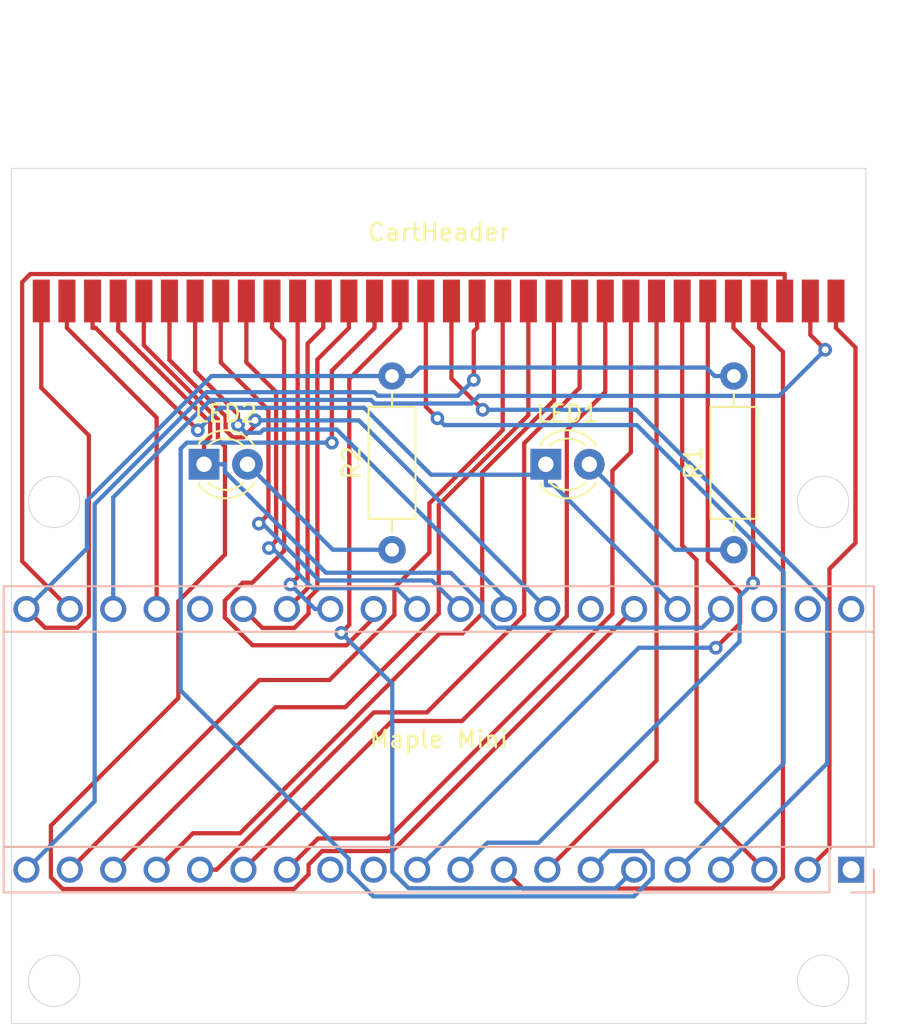
<source format=kicad_pcb>
(kicad_pcb (version 20171130) (host pcbnew "(5.1.2)-2")

  (general
    (thickness 1.6)
    (drawings 8)
    (tracks 280)
    (zones 0)
    (modules 6)
    (nets 43)
  )

  (page A4)
  (layers
    (0 F.Cu signal)
    (31 B.Cu signal)
    (32 B.Adhes user)
    (33 F.Adhes user)
    (34 B.Paste user)
    (35 F.Paste user)
    (36 B.SilkS user)
    (37 F.SilkS user)
    (38 B.Mask user)
    (39 F.Mask user)
    (40 Dwgs.User user)
    (41 Cmts.User user)
    (42 Eco1.User user)
    (43 Eco2.User user)
    (44 Edge.Cuts user)
    (45 Margin user)
    (46 B.CrtYd user)
    (47 F.CrtYd user)
    (48 B.Fab user)
    (49 F.Fab user)
  )

  (setup
    (last_trace_width 0.25)
    (trace_clearance 0.2)
    (zone_clearance 0.508)
    (zone_45_only no)
    (trace_min 0.2)
    (via_size 0.8)
    (via_drill 0.4)
    (via_min_size 0.4)
    (via_min_drill 0.3)
    (uvia_size 0.3)
    (uvia_drill 0.1)
    (uvias_allowed no)
    (uvia_min_size 0.2)
    (uvia_min_drill 0.1)
    (edge_width 0.05)
    (segment_width 0.2)
    (pcb_text_width 0.3)
    (pcb_text_size 1.5 1.5)
    (mod_edge_width 0.12)
    (mod_text_size 1 1)
    (mod_text_width 0.15)
    (pad_size 1.524 1.524)
    (pad_drill 0.762)
    (pad_to_mask_clearance 0.0508)
    (solder_mask_min_width 0.25)
    (aux_axis_origin 0 0)
    (visible_elements 7FFFEFFF)
    (pcbplotparams
      (layerselection 0x010fc_ffffffff)
      (usegerberextensions false)
      (usegerberattributes false)
      (usegerberadvancedattributes false)
      (creategerberjobfile false)
      (excludeedgelayer true)
      (linewidth 0.100000)
      (plotframeref false)
      (viasonmask false)
      (mode 1)
      (useauxorigin false)
      (hpglpennumber 1)
      (hpglpenspeed 20)
      (hpglpendiameter 15.000000)
      (psnegative false)
      (psa4output false)
      (plotreference true)
      (plotvalue true)
      (plotinvisibletext false)
      (padsonsilk false)
      (subtractmaskfromsilk false)
      (outputformat 1)
      (mirror false)
      (drillshape 0)
      (scaleselection 1)
      (outputdirectory "Ny mappe/"))
  )

  (net 0 "")
  (net 1 "Net-(A1-Pad1)")
  (net 2 GND)
  (net 3 D32-boot0)
  (net 4 M15)
  (net 5 M16)
  (net 6 M17)
  (net 7 M18)
  (net 8 M19)
  (net 9 M20)
  (net 10 M21)
  (net 11 M22)
  (net 12 "Net-(A1-Pad12)")
  (net 13 "Net-(A1-Pad13)")
  (net 14 M25)
  (net 15 M26)
  (net 16 M27)
  (net 17 M28)
  (net 18 M29)
  (net 19 M30)
  (net 20 M31)
  (net 21 VIN)
  (net 22 M0)
  (net 23 M1)
  (net 24 D2-boot1)
  (net 25 "Net-(A1-Pad25)")
  (net 26 M4)
  (net 27 M5)
  (net 28 M6)
  (net 29 M7)
  (net 30 M8)
  (net 31 M9)
  (net 32 M10)
  (net 33 M11)
  (net 34 "Net-(A1-Pad34)")
  (net 35 M12)
  (net 36 M13)
  (net 37 M14)
  (net 38 "Net-(A1-Pad38)")
  (net 39 "Net-(A1-Pad39)")
  (net 40 "Net-(A1-Pad40)")
  (net 41 "Net-(LED1-Pad2)")
  (net 42 "Net-(LED2-Pad2)")

  (net_class Default "This is the default net class."
    (clearance 0.2)
    (trace_width 0.25)
    (via_dia 0.8)
    (via_drill 0.4)
    (uvia_dia 0.3)
    (uvia_drill 0.1)
    (add_net D2-boot1)
    (add_net D32-boot0)
    (add_net GND)
    (add_net M0)
    (add_net M1)
    (add_net M10)
    (add_net M11)
    (add_net M12)
    (add_net M13)
    (add_net M14)
    (add_net M15)
    (add_net M16)
    (add_net M17)
    (add_net M18)
    (add_net M19)
    (add_net M20)
    (add_net M21)
    (add_net M22)
    (add_net M25)
    (add_net M26)
    (add_net M27)
    (add_net M28)
    (add_net M29)
    (add_net M30)
    (add_net M31)
    (add_net M4)
    (add_net M5)
    (add_net M6)
    (add_net M7)
    (add_net M8)
    (add_net M9)
    (add_net "Net-(A1-Pad1)")
    (add_net "Net-(A1-Pad12)")
    (add_net "Net-(A1-Pad13)")
    (add_net "Net-(A1-Pad25)")
    (add_net "Net-(A1-Pad34)")
    (add_net "Net-(A1-Pad38)")
    (add_net "Net-(A1-Pad39)")
    (add_net "Net-(A1-Pad40)")
    (add_net "Net-(LED1-Pad2)")
    (add_net "Net-(LED2-Pad2)")
    (add_net VIN)
  )

  (module Custom:Maple_Mini_Fixed (layer B.Cu) (tedit 5E4423F9) (tstamp 5E29C818)
    (at 190.017 106.888 90)
    (descr "Maple Mini, http://docs.leaflabs.com/static.leaflabs.com/pub/leaflabs/maple-docs/0.0.12/hardware/maple-mini.html")
    (tags "Maple Mini")
    (path /5E2FBB54)
    (fp_text reference "Maple Mini" (at 7.61798 -24.13) (layer F.SilkS)
      (effects (font (size 1 1) (thickness 0.15)))
    )
    (fp_text value Maple_Mini_Fixed (at 7.62 -26.035 -90) (layer B.Fab)
      (effects (font (size 1 1) (thickness 0.15)) (justify mirror))
    )
    (fp_line (start 3.81 -6.604) (end 11.43 -6.604) (layer B.Fab) (width 0.1))
    (fp_text user %R (at 7.62 -24.13 -90) (layer B.Fab)
      (effects (font (size 1 1) (thickness 0.15)) (justify mirror))
    )
    (fp_line (start 13.97 1.27) (end 13.97 -49.53) (layer B.Fab) (width 0.1))
    (fp_line (start -1.27 0.635) (end -0.635 1.27) (layer B.Fab) (width 0.1))
    (fp_line (start 1.27 1.27) (end 1.27 -49.53) (layer B.Fab) (width 0.1))
    (fp_line (start -1.33 1.33) (end -1.33 0) (layer B.SilkS) (width 0.12))
    (fp_line (start 0 1.33) (end -1.33 1.33) (layer B.SilkS) (width 0.12))
    (fp_line (start 16.76 -49.78) (end -1.52 -49.78) (layer B.CrtYd) (width 0.05))
    (fp_line (start 16.76 2.79) (end 16.76 -49.78) (layer B.CrtYd) (width 0.05))
    (fp_line (start -1.52 2.79) (end 16.76 2.79) (layer B.CrtYd) (width 0.05))
    (fp_line (start -1.52 -49.78) (end -1.52 2.79) (layer B.CrtYd) (width 0.05))
    (fp_line (start -1.33 -1.27) (end 1.33 -1.27) (layer B.SilkS) (width 0.12))
    (fp_line (start 13.91 -49.59) (end 13.91 1.33) (layer B.SilkS) (width 0.12))
    (fp_line (start 1.33 1.33) (end 1.33 -49.59) (layer B.SilkS) (width 0.12))
    (fp_line (start -1.33 -49.59) (end -1.33 -1.27) (layer B.SilkS) (width 0.12))
    (fp_line (start 16.57 1.33) (end 16.57 -49.59) (layer B.SilkS) (width 0.12))
    (fp_line (start -1.27 -49.53) (end -1.27 0.635) (layer B.Fab) (width 0.1))
    (fp_line (start 16.51 -49.53) (end -1.27 -49.53) (layer B.Fab) (width 0.1))
    (fp_line (start 16.51 1.27) (end 16.51 -49.53) (layer B.Fab) (width 0.1))
    (fp_line (start -0.635 1.27) (end 16.51 1.27) (layer B.Fab) (width 0.1))
    (fp_line (start 11.43 2.54) (end 11.43 -6.604) (layer B.Fab) (width 0.1))
    (fp_line (start 3.81 2.54) (end 11.43 2.54) (layer B.Fab) (width 0.1))
    (fp_line (start 3.81 -6.604) (end 3.81 2.54) (layer B.Fab) (width 0.1))
    (fp_line (start 16.57 -49.59) (end -1.33 -49.59) (layer B.SilkS) (width 0.12))
    (fp_line (start 1.33 1.33) (end 16.57 1.33) (layer B.SilkS) (width 0.12))
    (pad 40 thru_hole circle (at 15.24 0 90) (size 1.524 1.524) (drill 1) (layers *.Cu *.Mask)
      (net 40 "Net-(A1-Pad40)"))
    (pad 39 thru_hole circle (at 15.24 -2.54 90) (size 1.524 1.524) (drill 1) (layers *.Cu *.Mask)
      (net 39 "Net-(A1-Pad39)"))
    (pad 38 thru_hole circle (at 15.24 -5.08 90) (size 1.524 1.524) (drill 1) (layers *.Cu *.Mask)
      (net 38 "Net-(A1-Pad38)"))
    (pad 37 thru_hole circle (at 15.24 -7.62 90) (size 1.524 1.524) (drill 1) (layers *.Cu *.Mask)
      (net 37 M14))
    (pad 36 thru_hole circle (at 15.24 -10.16 90) (size 1.524 1.524) (drill 1) (layers *.Cu *.Mask)
      (net 36 M13))
    (pad 35 thru_hole circle (at 15.24 -12.7 90) (size 1.524 1.524) (drill 1) (layers *.Cu *.Mask)
      (net 35 M12))
    (pad 34 thru_hole circle (at 15.24 -15.24 90) (size 1.524 1.524) (drill 1) (layers *.Cu *.Mask)
      (net 34 "Net-(A1-Pad34)"))
    (pad 33 thru_hole circle (at 15.24 -17.78 90) (size 1.524 1.524) (drill 1) (layers *.Cu *.Mask)
      (net 33 M11))
    (pad 32 thru_hole circle (at 15.24 -20.32 90) (size 1.524 1.524) (drill 1) (layers *.Cu *.Mask)
      (net 32 M10))
    (pad 31 thru_hole circle (at 15.24 -22.86 90) (size 1.524 1.524) (drill 1) (layers *.Cu *.Mask)
      (net 31 M9))
    (pad 30 thru_hole circle (at 15.24 -25.4 90) (size 1.524 1.524) (drill 1) (layers *.Cu *.Mask)
      (net 30 M8))
    (pad 29 thru_hole circle (at 15.24 -27.94 90) (size 1.524 1.524) (drill 1) (layers *.Cu *.Mask)
      (net 29 M7))
    (pad 28 thru_hole circle (at 15.24 -30.48 90) (size 1.524 1.524) (drill 1) (layers *.Cu *.Mask)
      (net 28 M6))
    (pad 27 thru_hole circle (at 15.24 -33.02 90) (size 1.524 1.524) (drill 1) (layers *.Cu *.Mask)
      (net 27 M5))
    (pad 26 thru_hole circle (at 15.24 -35.56 90) (size 1.524 1.524) (drill 1) (layers *.Cu *.Mask)
      (net 26 M4))
    (pad 25 thru_hole circle (at 15.24 -38.1 90) (size 1.524 1.524) (drill 1) (layers *.Cu *.Mask)
      (net 25 "Net-(A1-Pad25)"))
    (pad 24 thru_hole circle (at 15.24 -40.64 90) (size 1.524 1.524) (drill 1) (layers *.Cu *.Mask)
      (net 24 D2-boot1))
    (pad 23 thru_hole circle (at 15.24 -43.18 90) (size 1.524 1.524) (drill 1) (layers *.Cu *.Mask)
      (net 23 M1))
    (pad 22 thru_hole circle (at 15.24 -45.72 90) (size 1.524 1.524) (drill 1) (layers *.Cu *.Mask)
      (net 22 M0))
    (pad 21 thru_hole circle (at 15.24 -48.26 90) (size 1.524 1.524) (drill 1) (layers *.Cu *.Mask)
      (net 21 VIN))
    (pad 20 thru_hole circle (at 0 -48.26 90) (size 1.524 1.524) (drill 1) (layers *.Cu *.Mask)
      (net 20 M31))
    (pad 19 thru_hole circle (at 0 -45.72 90) (size 1.524 1.524) (drill 1) (layers *.Cu *.Mask)
      (net 19 M30))
    (pad 18 thru_hole circle (at 0 -43.18 90) (size 1.524 1.524) (drill 1) (layers *.Cu *.Mask)
      (net 18 M29))
    (pad 17 thru_hole circle (at 0 -40.64 90) (size 1.524 1.524) (drill 1) (layers *.Cu *.Mask)
      (net 17 M28))
    (pad 16 thru_hole circle (at 0 -38.1 90) (size 1.524 1.524) (drill 1) (layers *.Cu *.Mask)
      (net 16 M27))
    (pad 15 thru_hole circle (at 0 -35.56 90) (size 1.524 1.524) (drill 1) (layers *.Cu *.Mask)
      (net 15 M26))
    (pad 14 thru_hole circle (at 0 -33.02 90) (size 1.524 1.524) (drill 1) (layers *.Cu *.Mask)
      (net 14 M25))
    (pad 13 thru_hole circle (at 0 -30.48 90) (size 1.524 1.524) (drill 1) (layers *.Cu *.Mask)
      (net 13 "Net-(A1-Pad13)"))
    (pad 12 thru_hole circle (at 0 -27.94 90) (size 1.524 1.524) (drill 1) (layers *.Cu *.Mask)
      (net 12 "Net-(A1-Pad12)"))
    (pad 11 thru_hole circle (at 0 -25.4 90) (size 1.524 1.524) (drill 1) (layers *.Cu *.Mask)
      (net 11 M22))
    (pad 10 thru_hole circle (at 0 -22.86 90) (size 1.524 1.524) (drill 1) (layers *.Cu *.Mask)
      (net 10 M21))
    (pad 9 thru_hole circle (at 0 -20.32 90) (size 1.524 1.524) (drill 1) (layers *.Cu *.Mask)
      (net 9 M20))
    (pad 8 thru_hole circle (at 0 -17.78 90) (size 1.524 1.524) (drill 1) (layers *.Cu *.Mask)
      (net 8 M19))
    (pad 7 thru_hole circle (at 0 -15.24 90) (size 1.524 1.524) (drill 1) (layers *.Cu *.Mask)
      (net 7 M18))
    (pad 6 thru_hole circle (at 0 -12.7 90) (size 1.524 1.524) (drill 1) (layers *.Cu *.Mask)
      (net 6 M17))
    (pad 5 thru_hole circle (at 0 -10.16 90) (size 1.524 1.524) (drill 1) (layers *.Cu *.Mask)
      (net 5 M16))
    (pad 4 thru_hole circle (at 0 -7.62 90) (size 1.524 1.524) (drill 1) (layers *.Cu *.Mask)
      (net 4 M15))
    (pad 3 thru_hole circle (at 0 -5.08 90) (size 1.524 1.524) (drill 1) (layers *.Cu *.Mask)
      (net 3 D32-boot0))
    (pad 2 thru_hole circle (at 0 -2.54 90) (size 1.524 1.524) (drill 1) (layers *.Cu *.Mask)
      (net 2 GND))
    (pad 1 thru_hole rect (at 0 0 90) (size 1.524 1.524) (drill 1) (layers *.Cu *.Mask)
      (net 1 "Net-(A1-Pad1)"))
    (model ${KISYS3DMOD}/Module.3dshapes/Maple_Mini.wrl
      (at (xyz 0 0 0))
      (scale (xyz 1 1 1))
      (rotate (xyz 0 0 0))
    )
  )

  (module Custom:DSL_Cartridge_Reader_Micro (layer F.Cu) (tedit 5E29602C) (tstamp 5E29C895)
    (at 165.878 67.8876)
    (descr "GBA DS Lite slots commonly found on aliexpress")
    (tags "gameboy cartridge slot")
    (path /5E0FEE35)
    (attr smd)
    (fp_text reference CartHeader (at 0 1.7272 180) (layer F.SilkS)
      (effects (font (size 1 1) (thickness 0.15)))
    )
    (fp_text value CartBus (at 0 -11) (layer F.Fab)
      (effects (font (size 1 1) (thickness 0.15)))
    )
    (fp_text user %R (at 0 -1) (layer F.Fab)
      (effects (font (size 2 2) (thickness 0.2)))
    )
    (pad 32 smd rect (at 23.25 5.75) (size 1 2.5) (layers F.Cu F.Paste F.Mask)
      (net 2 GND))
    (pad 31 smd rect (at 21.75 5.75) (size 1 2.5) (layers F.Cu F.Paste F.Mask)
      (net 23 M1))
    (pad 30 smd rect (at 20.25 5.75) (size 1 2.5) (layers F.Cu F.Paste F.Mask)
      (net 22 M0))
    (pad 29 smd rect (at 18.75 5.75) (size 1 2.5) (layers F.Cu F.Paste F.Mask)
      (net 9 M20))
    (pad 28 smd rect (at 17.25 5.75) (size 1 2.5) (layers F.Cu F.Paste F.Mask)
      (net 10 M21))
    (pad 27 smd rect (at 15.75 5.75) (size 1 2.5) (layers F.Cu F.Paste F.Mask)
      (net 11 M22))
    (pad 26 smd rect (at 14.25 5.75) (size 1 2.5) (layers F.Cu F.Paste F.Mask)
      (net 3 D32-boot0))
    (pad 25 smd rect (at 12.75 5.75) (size 1 2.5) (layers F.Cu F.Paste F.Mask)
      (net 8 M19))
    (pad 24 smd rect (at 11.25 5.75) (size 1 2.5) (layers F.Cu F.Paste F.Mask)
      (net 14 M25))
    (pad 23 smd rect (at 9.75 5.75) (size 1 2.5) (layers F.Cu F.Paste F.Mask)
      (net 15 M26))
    (pad 22 smd rect (at 8.25 5.75) (size 1 2.5) (layers F.Cu F.Paste F.Mask)
      (net 16 M27))
    (pad 21 smd rect (at 6.75 5.75) (size 1 2.5) (layers F.Cu F.Paste F.Mask)
      (net 17 M28))
    (pad 20 smd rect (at 5.25 5.75) (size 1 2.5) (layers F.Cu F.Paste F.Mask)
      (net 18 M29))
    (pad 19 smd rect (at 3.75 5.75) (size 1 2.5) (layers F.Cu F.Paste F.Mask)
      (net 19 M30))
    (pad 18 smd rect (at 2.25 5.75) (size 1 2.5) (layers F.Cu F.Paste F.Mask)
      (net 20 M31))
    (pad 17 smd rect (at 0.75 5.75) (size 1 2.5) (layers F.Cu F.Paste F.Mask)
      (net 4 M15))
    (pad 16 smd rect (at -0.75 5.75) (size 1 2.5) (layers F.Cu F.Paste F.Mask)
      (net 5 M16))
    (pad 14 smd rect (at -3.75 5.75) (size 1 2.5) (layers F.Cu F.Paste F.Mask)
      (net 7 M18))
    (pad 13 smd rect (at -5.25 5.75) (size 1 2.5) (layers F.Cu F.Paste F.Mask)
      (net 26 M4))
    (pad 12 smd rect (at -6.75 5.75) (size 1 2.5) (layers F.Cu F.Paste F.Mask)
      (net 27 M5))
    (pad 11 smd rect (at -8.25 5.75) (size 1 2.5) (layers F.Cu F.Paste F.Mask)
      (net 28 M6))
    (pad 10 smd rect (at -9.75 5.75) (size 1 2.5) (layers F.Cu F.Paste F.Mask)
      (net 29 M7))
    (pad 9 smd rect (at -11.25 5.75) (size 1 2.5) (layers F.Cu F.Paste F.Mask)
      (net 30 M8))
    (pad 8 smd rect (at -12.75 5.75) (size 1 2.5) (layers F.Cu F.Paste F.Mask)
      (net 31 M9))
    (pad 7 smd rect (at -14.25 5.75) (size 1 2.5) (layers F.Cu F.Paste F.Mask)
      (net 32 M10))
    (pad 6 smd rect (at -15.75 5.75) (size 1 2.5) (layers F.Cu F.Paste F.Mask)
      (net 33 M11))
    (pad 5 smd rect (at -17.25 5.75) (size 1 2.5) (layers F.Cu F.Paste F.Mask)
      (net 35 M12))
    (pad 4 smd rect (at -18.75 5.75) (size 1 2.5) (layers F.Cu F.Paste F.Mask)
      (net 37 M14))
    (pad 3 smd rect (at -20.25 5.75) (size 1 2.5) (layers F.Cu F.Paste F.Mask)
      (net 36 M13))
    (pad 2 smd rect (at -21.75 5.75) (size 1 2.5) (layers F.Cu F.Paste F.Mask)
      (net 24 D2-boot1))
    (pad 15 smd rect (at -2.25 5.75) (size 1 2.5) (layers F.Cu F.Paste F.Mask)
      (net 6 M17))
    (pad 1 smd rect (at -23.25 5.75) (size 1 2.5) (layers F.Cu F.Paste F.Mask)
      (net 21 VIN))
  )

  (module LED_THT:LED_D3.0mm (layer F.Cu) (tedit 587A3A7B) (tstamp 5E29C82B)
    (at 172.152 83.1837)
    (descr "LED, diameter 3.0mm, 2 pins")
    (tags "LED diameter 3.0mm 2 pins")
    (path /5E33F111)
    (fp_text reference LED1 (at 1.27 -2.96) (layer F.SilkS)
      (effects (font (size 1 1) (thickness 0.15)))
    )
    (fp_text value LED (at 1.27 2.96) (layer F.Fab)
      (effects (font (size 1 1) (thickness 0.15)))
    )
    (fp_arc (start 1.27 0) (end -0.23 -1.16619) (angle 284.3) (layer F.Fab) (width 0.1))
    (fp_arc (start 1.27 0) (end -0.29 -1.235516) (angle 108.8) (layer F.SilkS) (width 0.12))
    (fp_arc (start 1.27 0) (end -0.29 1.235516) (angle -108.8) (layer F.SilkS) (width 0.12))
    (fp_arc (start 1.27 0) (end 0.229039 -1.08) (angle 87.9) (layer F.SilkS) (width 0.12))
    (fp_arc (start 1.27 0) (end 0.229039 1.08) (angle -87.9) (layer F.SilkS) (width 0.12))
    (fp_circle (center 1.27 0) (end 2.77 0) (layer F.Fab) (width 0.1))
    (fp_line (start -0.23 -1.16619) (end -0.23 1.16619) (layer F.Fab) (width 0.1))
    (fp_line (start -0.29 -1.236) (end -0.29 -1.08) (layer F.SilkS) (width 0.12))
    (fp_line (start -0.29 1.08) (end -0.29 1.236) (layer F.SilkS) (width 0.12))
    (fp_line (start -1.15 -2.25) (end -1.15 2.25) (layer F.CrtYd) (width 0.05))
    (fp_line (start -1.15 2.25) (end 3.7 2.25) (layer F.CrtYd) (width 0.05))
    (fp_line (start 3.7 2.25) (end 3.7 -2.25) (layer F.CrtYd) (width 0.05))
    (fp_line (start 3.7 -2.25) (end -1.15 -2.25) (layer F.CrtYd) (width 0.05))
    (pad 1 thru_hole rect (at 0 0) (size 1.8 1.8) (drill 0.9) (layers *.Cu *.Mask)
      (net 36 M13))
    (pad 2 thru_hole circle (at 2.54 0) (size 1.8 1.8) (drill 0.9) (layers *.Cu *.Mask)
      (net 41 "Net-(LED1-Pad2)"))
    (model ${KISYS3DMOD}/LED_THT.3dshapes/LED_D3.0mm.wrl
      (at (xyz 0 0 0))
      (scale (xyz 1 1 1))
      (rotate (xyz 0 0 0))
    )
  )

  (module LED_THT:LED_D3.0mm (layer F.Cu) (tedit 587A3A7B) (tstamp 5E29C83E)
    (at 152.152 83.1837)
    (descr "LED, diameter 3.0mm, 2 pins")
    (tags "LED diameter 3.0mm 2 pins")
    (path /5E347640)
    (fp_text reference LED2 (at 1.27 -2.96) (layer F.SilkS)
      (effects (font (size 1 1) (thickness 0.15)))
    )
    (fp_text value LED (at 1.27 2.96) (layer F.Fab)
      (effects (font (size 1 1) (thickness 0.15)))
    )
    (fp_line (start 3.7 -2.25) (end -1.15 -2.25) (layer F.CrtYd) (width 0.05))
    (fp_line (start 3.7 2.25) (end 3.7 -2.25) (layer F.CrtYd) (width 0.05))
    (fp_line (start -1.15 2.25) (end 3.7 2.25) (layer F.CrtYd) (width 0.05))
    (fp_line (start -1.15 -2.25) (end -1.15 2.25) (layer F.CrtYd) (width 0.05))
    (fp_line (start -0.29 1.08) (end -0.29 1.236) (layer F.SilkS) (width 0.12))
    (fp_line (start -0.29 -1.236) (end -0.29 -1.08) (layer F.SilkS) (width 0.12))
    (fp_line (start -0.23 -1.16619) (end -0.23 1.16619) (layer F.Fab) (width 0.1))
    (fp_circle (center 1.27 0) (end 2.77 0) (layer F.Fab) (width 0.1))
    (fp_arc (start 1.27 0) (end 0.229039 1.08) (angle -87.9) (layer F.SilkS) (width 0.12))
    (fp_arc (start 1.27 0) (end 0.229039 -1.08) (angle 87.9) (layer F.SilkS) (width 0.12))
    (fp_arc (start 1.27 0) (end -0.29 1.235516) (angle -108.8) (layer F.SilkS) (width 0.12))
    (fp_arc (start 1.27 0) (end -0.29 -1.235516) (angle 108.8) (layer F.SilkS) (width 0.12))
    (fp_arc (start 1.27 0) (end -0.23 -1.16619) (angle 284.3) (layer F.Fab) (width 0.1))
    (pad 2 thru_hole circle (at 2.54 0) (size 1.8 1.8) (drill 0.9) (layers *.Cu *.Mask)
      (net 42 "Net-(LED2-Pad2)"))
    (pad 1 thru_hole rect (at 0 0) (size 1.8 1.8) (drill 0.9) (layers *.Cu *.Mask)
      (net 37 M14))
    (model ${KISYS3DMOD}/LED_THT.3dshapes/LED_D3.0mm.wrl
      (at (xyz 0 0 0))
      (scale (xyz 1 1 1))
      (rotate (xyz 0 0 0))
    )
  )

  (module Resistor_THT:R_Axial_DIN0207_L6.3mm_D2.5mm_P10.16mm_Horizontal (layer F.Cu) (tedit 5AE5139B) (tstamp 5E29C855)
    (at 183.152 88.1837 90)
    (descr "Resistor, Axial_DIN0207 series, Axial, Horizontal, pin pitch=10.16mm, 0.25W = 1/4W, length*diameter=6.3*2.5mm^2, http://cdn-reichelt.de/documents/datenblatt/B400/1_4W%23YAG.pdf")
    (tags "Resistor Axial_DIN0207 series Axial Horizontal pin pitch 10.16mm 0.25W = 1/4W length 6.3mm diameter 2.5mm")
    (path /5E33BAAF)
    (fp_text reference R1 (at 5.08 -2.37 90) (layer F.SilkS)
      (effects (font (size 1 1) (thickness 0.15)))
    )
    (fp_text value R (at 5.08 2.37 90) (layer F.Fab)
      (effects (font (size 1 1) (thickness 0.15)))
    )
    (fp_text user %R (at 5.08 0 90) (layer F.Fab)
      (effects (font (size 1 1) (thickness 0.15)))
    )
    (fp_line (start 11.21 -1.5) (end -1.05 -1.5) (layer F.CrtYd) (width 0.05))
    (fp_line (start 11.21 1.5) (end 11.21 -1.5) (layer F.CrtYd) (width 0.05))
    (fp_line (start -1.05 1.5) (end 11.21 1.5) (layer F.CrtYd) (width 0.05))
    (fp_line (start -1.05 -1.5) (end -1.05 1.5) (layer F.CrtYd) (width 0.05))
    (fp_line (start 9.12 0) (end 8.35 0) (layer F.SilkS) (width 0.12))
    (fp_line (start 1.04 0) (end 1.81 0) (layer F.SilkS) (width 0.12))
    (fp_line (start 8.35 -1.37) (end 1.81 -1.37) (layer F.SilkS) (width 0.12))
    (fp_line (start 8.35 1.37) (end 8.35 -1.37) (layer F.SilkS) (width 0.12))
    (fp_line (start 1.81 1.37) (end 8.35 1.37) (layer F.SilkS) (width 0.12))
    (fp_line (start 1.81 -1.37) (end 1.81 1.37) (layer F.SilkS) (width 0.12))
    (fp_line (start 10.16 0) (end 8.23 0) (layer F.Fab) (width 0.1))
    (fp_line (start 0 0) (end 1.93 0) (layer F.Fab) (width 0.1))
    (fp_line (start 8.23 -1.25) (end 1.93 -1.25) (layer F.Fab) (width 0.1))
    (fp_line (start 8.23 1.25) (end 8.23 -1.25) (layer F.Fab) (width 0.1))
    (fp_line (start 1.93 1.25) (end 8.23 1.25) (layer F.Fab) (width 0.1))
    (fp_line (start 1.93 -1.25) (end 1.93 1.25) (layer F.Fab) (width 0.1))
    (pad 2 thru_hole oval (at 10.16 0 90) (size 1.6 1.6) (drill 0.8) (layers *.Cu *.Mask)
      (net 21 VIN))
    (pad 1 thru_hole circle (at 0 0 90) (size 1.6 1.6) (drill 0.8) (layers *.Cu *.Mask)
      (net 41 "Net-(LED1-Pad2)"))
    (model ${KISYS3DMOD}/Resistor_THT.3dshapes/R_Axial_DIN0207_L6.3mm_D2.5mm_P10.16mm_Horizontal.wrl
      (at (xyz 0 0 0))
      (scale (xyz 1 1 1))
      (rotate (xyz 0 0 0))
    )
  )

  (module Resistor_THT:R_Axial_DIN0207_L6.3mm_D2.5mm_P10.16mm_Horizontal (layer F.Cu) (tedit 5AE5139B) (tstamp 5E29C86C)
    (at 163.152 88.1837 90)
    (descr "Resistor, Axial_DIN0207 series, Axial, Horizontal, pin pitch=10.16mm, 0.25W = 1/4W, length*diameter=6.3*2.5mm^2, http://cdn-reichelt.de/documents/datenblatt/B400/1_4W%23YAG.pdf")
    (tags "Resistor Axial_DIN0207 series Axial Horizontal pin pitch 10.16mm 0.25W = 1/4W length 6.3mm diameter 2.5mm")
    (path /5E33B8C6)
    (fp_text reference R2 (at 5.08 -2.37 90) (layer F.SilkS)
      (effects (font (size 1 1) (thickness 0.15)))
    )
    (fp_text value R (at 5.08 2.37 90) (layer F.Fab)
      (effects (font (size 1 1) (thickness 0.15)))
    )
    (fp_line (start 1.93 -1.25) (end 1.93 1.25) (layer F.Fab) (width 0.1))
    (fp_line (start 1.93 1.25) (end 8.23 1.25) (layer F.Fab) (width 0.1))
    (fp_line (start 8.23 1.25) (end 8.23 -1.25) (layer F.Fab) (width 0.1))
    (fp_line (start 8.23 -1.25) (end 1.93 -1.25) (layer F.Fab) (width 0.1))
    (fp_line (start 0 0) (end 1.93 0) (layer F.Fab) (width 0.1))
    (fp_line (start 10.16 0) (end 8.23 0) (layer F.Fab) (width 0.1))
    (fp_line (start 1.81 -1.37) (end 1.81 1.37) (layer F.SilkS) (width 0.12))
    (fp_line (start 1.81 1.37) (end 8.35 1.37) (layer F.SilkS) (width 0.12))
    (fp_line (start 8.35 1.37) (end 8.35 -1.37) (layer F.SilkS) (width 0.12))
    (fp_line (start 8.35 -1.37) (end 1.81 -1.37) (layer F.SilkS) (width 0.12))
    (fp_line (start 1.04 0) (end 1.81 0) (layer F.SilkS) (width 0.12))
    (fp_line (start 9.12 0) (end 8.35 0) (layer F.SilkS) (width 0.12))
    (fp_line (start -1.05 -1.5) (end -1.05 1.5) (layer F.CrtYd) (width 0.05))
    (fp_line (start -1.05 1.5) (end 11.21 1.5) (layer F.CrtYd) (width 0.05))
    (fp_line (start 11.21 1.5) (end 11.21 -1.5) (layer F.CrtYd) (width 0.05))
    (fp_line (start 11.21 -1.5) (end -1.05 -1.5) (layer F.CrtYd) (width 0.05))
    (fp_text user %R (at 5.08 0 90) (layer F.Fab)
      (effects (font (size 1 1) (thickness 0.15)))
    )
    (pad 1 thru_hole circle (at 0 0 90) (size 1.6 1.6) (drill 0.8) (layers *.Cu *.Mask)
      (net 42 "Net-(LED2-Pad2)"))
    (pad 2 thru_hole oval (at 10.16 0 90) (size 1.6 1.6) (drill 0.8) (layers *.Cu *.Mask)
      (net 21 VIN))
    (model ${KISYS3DMOD}/Resistor_THT.3dshapes/R_Axial_DIN0207_L6.3mm_D2.5mm_P10.16mm_Horizontal.wrl
      (at (xyz 0 0 0))
      (scale (xyz 1 1 1))
      (rotate (xyz 0 0 0))
    )
  )

  (gr_circle (center 188.37846 85.3876) (end 188.37846 86.8876) (layer Edge.Cuts) (width 0.05) (tstamp 5E29E54D))
  (gr_circle (center 143.37846 85.3876) (end 141.87846 85.3876) (layer Edge.Cuts) (width 0.05) (tstamp 5E29E53A))
  (gr_circle (center 143.37846 113.3876) (end 141.87846 113.3876) (layer Edge.Cuts) (width 0.05) (tstamp 5E29E50C))
  (gr_circle (center 188.37846 113.3876) (end 188.37846 114.8876) (layer Edge.Cuts) (width 0.05) (tstamp 5E29E4B4))
  (gr_line (start 140.87846 65.8876) (end 190.87846 65.8876) (layer Edge.Cuts) (width 0.05) (tstamp 5E29CAD6))
  (gr_line (start 140.87846 65.8876) (end 140.87846 115.8876) (layer Edge.Cuts) (width 0.05) (tstamp 5E29CAD1))
  (gr_line (start 140.87846 115.8876) (end 190.87846 115.8876) (layer Edge.Cuts) (width 0.05) (tstamp 5E29CACE))
  (gr_line (start 190.87846 65.8876) (end 190.87846 115.8876) (layer Edge.Cuts) (width 0.05))

  (segment (start 189.128 73.6376) (end 189.128 75.2129) (width 0.25) (layer F.Cu) (net 2))
  (segment (start 189.128 75.2129) (end 190.269 76.3539) (width 0.25) (layer F.Cu) (net 2))
  (segment (start 190.269 76.3539) (end 190.269 87.7835) (width 0.25) (layer F.Cu) (net 2))
  (segment (start 190.269 87.7835) (end 188.747 89.3055) (width 0.25) (layer F.Cu) (net 2))
  (segment (start 188.747 89.3055) (end 188.747 105.618) (width 0.25) (layer F.Cu) (net 2))
  (segment (start 188.747 105.618) (end 187.477 106.888) (width 0.25) (layer F.Cu) (net 2))
  (segment (start 180.128 73.6376) (end 180.128 87.9344) (width 0.25) (layer F.Cu) (net 3))
  (segment (start 180.128 87.9344) (end 180.9703 88.7767) (width 0.25) (layer F.Cu) (net 3))
  (segment (start 180.9703 88.7767) (end 180.9703 102.9213) (width 0.25) (layer F.Cu) (net 3))
  (segment (start 180.9703 102.9213) (end 184.937 106.888) (width 0.25) (layer F.Cu) (net 3))
  (segment (start 166.628 73.6376) (end 166.628 75.2129) (width 0.25) (layer F.Cu) (net 4))
  (segment (start 182.397 106.888) (end 188.6137 100.6713) (width 0.25) (layer B.Cu) (net 4))
  (segment (start 188.6137 100.6713) (end 188.6137 91.1769) (width 0.25) (layer B.Cu) (net 4))
  (segment (start 188.6137 91.1769) (end 177.4359 79.9991) (width 0.25) (layer B.Cu) (net 4))
  (segment (start 177.4359 79.9991) (end 168.4572 79.9991) (width 0.25) (layer B.Cu) (net 4))
  (segment (start 168.4572 79.9991) (end 166.6281 78.17) (width 0.25) (layer F.Cu) (net 4))
  (segment (start 166.6281 78.17) (end 166.6281 75.2129) (width 0.25) (layer F.Cu) (net 4))
  (segment (start 166.6281 75.2129) (end 166.628 75.2129) (width 0.25) (layer F.Cu) (net 4))
  (via (at 168.4572 79.9991) (size 0.8) (layers F.Cu B.Cu) (net 4))
  (segment (start 165.8058 80.4952) (end 166.2045 80.8939) (width 0.25) (layer B.Cu) (net 5))
  (segment (start 166.2045 80.8939) (end 177.4725 80.8939) (width 0.25) (layer B.Cu) (net 5))
  (segment (start 177.4725 80.8939) (end 186.061 89.4824) (width 0.25) (layer B.Cu) (net 5))
  (segment (start 186.061 89.4824) (end 186.061 100.684) (width 0.25) (layer B.Cu) (net 5))
  (segment (start 186.061 100.684) (end 179.857 106.888) (width 0.25) (layer B.Cu) (net 5))
  (segment (start 165.128 73.6376) (end 165.128 79.8174) (width 0.25) (layer F.Cu) (net 5))
  (segment (start 165.128 79.8174) (end 165.8058 80.4952) (width 0.25) (layer F.Cu) (net 5))
  (via (at 165.8058 80.4952) (size 0.8) (layers F.Cu B.Cu) (net 5))
  (segment (start 163.628 75.2129) (end 160.6494 78.1915) (width 0.25) (layer F.Cu) (net 6))
  (segment (start 160.6494 78.1915) (end 160.6494 92.5753) (width 0.25) (layer F.Cu) (net 6))
  (segment (start 160.6494 92.5753) (end 160.1832 93.0415) (width 0.25) (layer F.Cu) (net 6))
  (segment (start 177.317 106.888) (end 176.2296 107.9754) (width 0.25) (layer B.Cu) (net 6))
  (segment (start 176.2296 107.9754) (end 164.1222 107.9754) (width 0.25) (layer B.Cu) (net 6))
  (segment (start 164.1222 107.9754) (end 163.1644 107.0176) (width 0.25) (layer B.Cu) (net 6))
  (segment (start 163.1644 107.0176) (end 163.1644 96.0227) (width 0.25) (layer B.Cu) (net 6))
  (segment (start 163.1644 96.0227) (end 160.1832 93.0415) (width 0.25) (layer B.Cu) (net 6))
  (segment (start 163.628 73.6376) (end 163.628 75.2129) (width 0.25) (layer F.Cu) (net 6))
  (via (at 160.1832 93.0415) (size 0.8) (layers F.Cu B.Cu) (net 6))
  (segment (start 159.6294 81.9198) (end 159.6294 77.7115) (width 0.25) (layer F.Cu) (net 7))
  (segment (start 159.6294 77.7115) (end 162.128 75.2129) (width 0.25) (layer F.Cu) (net 7))
  (segment (start 174.777 106.888) (end 175.8644 105.8006) (width 0.25) (layer B.Cu) (net 7))
  (segment (start 175.8644 105.8006) (end 177.8244 105.8006) (width 0.25) (layer B.Cu) (net 7))
  (segment (start 177.8244 105.8006) (end 178.4044 106.3806) (width 0.25) (layer B.Cu) (net 7))
  (segment (start 178.4044 106.3806) (end 178.4044 107.3473) (width 0.25) (layer B.Cu) (net 7))
  (segment (start 178.4044 107.3473) (end 177.3009 108.4508) (width 0.25) (layer B.Cu) (net 7))
  (segment (start 177.3009 108.4508) (end 162.0538 108.4508) (width 0.25) (layer B.Cu) (net 7))
  (segment (start 162.0538 108.4508) (end 160.6244 107.0214) (width 0.25) (layer B.Cu) (net 7))
  (segment (start 160.6244 107.0214) (end 160.6244 106.2512) (width 0.25) (layer B.Cu) (net 7))
  (segment (start 160.6244 106.2512) (end 150.7829 96.4097) (width 0.25) (layer B.Cu) (net 7))
  (segment (start 150.7829 96.4097) (end 150.7829 82.2769) (width 0.25) (layer B.Cu) (net 7))
  (segment (start 150.7829 82.2769) (end 151.14 81.9198) (width 0.25) (layer B.Cu) (net 7))
  (segment (start 151.14 81.9198) (end 159.6294 81.9198) (width 0.25) (layer B.Cu) (net 7))
  (segment (start 162.128 73.6376) (end 162.128 75.2129) (width 0.25) (layer F.Cu) (net 7))
  (via (at 159.6294 81.9198) (size 0.8) (layers F.Cu B.Cu) (net 7))
  (segment (start 178.628 73.6376) (end 178.628 100.497) (width 0.25) (layer F.Cu) (net 8))
  (segment (start 178.628 100.497) (end 172.237 106.888) (width 0.25) (layer F.Cu) (net 8))
  (segment (start 184.628 73.6376) (end 184.628 75.2129) (width 0.25) (layer F.Cu) (net 9))
  (segment (start 184.628 75.2129) (end 186.0247 76.6096) (width 0.25) (layer F.Cu) (net 9))
  (segment (start 186.0247 76.6096) (end 186.0247 107.3433) (width 0.25) (layer F.Cu) (net 9))
  (segment (start 186.0247 107.3433) (end 185.3762 107.9918) (width 0.25) (layer F.Cu) (net 9))
  (segment (start 185.3762 107.9918) (end 170.8008 107.9918) (width 0.25) (layer F.Cu) (net 9))
  (segment (start 170.8008 107.9918) (end 169.697 106.888) (width 0.25) (layer F.Cu) (net 9))
  (segment (start 183.128 75.2129) (end 184.2773 76.3622) (width 0.25) (layer F.Cu) (net 10))
  (segment (start 184.2773 76.3622) (end 184.2773 90.1231) (width 0.25) (layer F.Cu) (net 10))
  (segment (start 167.157 106.888) (end 168.732 105.313) (width 0.25) (layer B.Cu) (net 10))
  (segment (start 168.732 105.313) (end 171.727 105.313) (width 0.25) (layer B.Cu) (net 10))
  (segment (start 171.727 105.313) (end 183.4846 93.5554) (width 0.25) (layer B.Cu) (net 10))
  (segment (start 183.4846 93.5554) (end 183.4846 90.9158) (width 0.25) (layer B.Cu) (net 10))
  (segment (start 183.4846 90.9158) (end 184.2773 90.1231) (width 0.25) (layer B.Cu) (net 10))
  (segment (start 183.128 73.6376) (end 183.128 75.2129) (width 0.25) (layer F.Cu) (net 10))
  (via (at 184.2773 90.1231) (size 0.8) (layers F.Cu B.Cu) (net 10))
  (segment (start 181.628 73.6376) (end 181.628 75.2129) (width 0.25) (layer F.Cu) (net 11))
  (segment (start 182.0956 93.9109) (end 177.5941 93.9109) (width 0.25) (layer B.Cu) (net 11))
  (segment (start 177.5941 93.9109) (end 164.617 106.888) (width 0.25) (layer B.Cu) (net 11))
  (segment (start 181.628 75.2129) (end 181.628 88.7975) (width 0.25) (layer F.Cu) (net 11))
  (segment (start 181.628 88.7975) (end 183.5143 90.6838) (width 0.25) (layer F.Cu) (net 11))
  (segment (start 183.5143 90.6838) (end 183.5143 92.4922) (width 0.25) (layer F.Cu) (net 11))
  (segment (start 183.5143 92.4922) (end 182.0956 93.9109) (width 0.25) (layer F.Cu) (net 11))
  (via (at 182.0956 93.9109) (size 0.8) (layers F.Cu B.Cu) (net 11))
  (segment (start 177.128 73.6376) (end 177.128 82.4807) (width 0.25) (layer F.Cu) (net 14))
  (segment (start 177.128 82.4807) (end 176.047 83.5617) (width 0.25) (layer F.Cu) (net 14))
  (segment (start 176.047 83.5617) (end 176.047 91.9219) (width 0.25) (layer F.Cu) (net 14))
  (segment (start 176.047 91.9219) (end 162.9069 105.062) (width 0.25) (layer F.Cu) (net 14))
  (segment (start 162.9069 105.062) (end 158.823 105.062) (width 0.25) (layer F.Cu) (net 14))
  (segment (start 158.823 105.062) (end 156.997 106.888) (width 0.25) (layer F.Cu) (net 14))
  (segment (start 175.628 73.6376) (end 175.628 78.9567) (width 0.25) (layer F.Cu) (net 15))
  (segment (start 175.628 78.9567) (end 173.3777 81.207) (width 0.25) (layer F.Cu) (net 15))
  (segment (start 173.3777 81.207) (end 173.3777 92.0621) (width 0.25) (layer F.Cu) (net 15))
  (segment (start 173.3777 92.0621) (end 167.2425 98.1973) (width 0.25) (layer F.Cu) (net 15))
  (segment (start 167.2425 98.1973) (end 163.1477 98.1973) (width 0.25) (layer F.Cu) (net 15))
  (segment (start 163.1477 98.1973) (end 154.457 106.888) (width 0.25) (layer F.Cu) (net 15))
  (segment (start 174.128 73.6376) (end 174.128 78.7123) (width 0.25) (layer F.Cu) (net 16))
  (segment (start 174.128 78.7123) (end 170.8865 81.9538) (width 0.25) (layer F.Cu) (net 16))
  (segment (start 170.8865 81.9538) (end 170.8865 91.9988) (width 0.25) (layer F.Cu) (net 16))
  (segment (start 170.8865 91.9988) (end 165.1929 97.6924) (width 0.25) (layer F.Cu) (net 16))
  (segment (start 165.1929 97.6924) (end 162.0855 97.6924) (width 0.25) (layer F.Cu) (net 16))
  (segment (start 162.0855 97.6924) (end 152.8899 106.888) (width 0.25) (layer F.Cu) (net 16))
  (segment (start 152.8899 106.888) (end 151.917 106.888) (width 0.25) (layer F.Cu) (net 16))
  (segment (start 149.377 106.888) (end 151.5054 104.7596) (width 0.25) (layer F.Cu) (net 17))
  (segment (start 151.5054 104.7596) (end 154.2568 104.7596) (width 0.25) (layer F.Cu) (net 17))
  (segment (start 154.2568 104.7596) (end 165.9449 93.0715) (width 0.25) (layer F.Cu) (net 17))
  (segment (start 165.9449 93.0715) (end 167.2748 93.0715) (width 0.25) (layer F.Cu) (net 17))
  (segment (start 167.2748 93.0715) (end 168.427 91.9193) (width 0.25) (layer F.Cu) (net 17))
  (segment (start 168.427 91.9193) (end 168.427 83.6533) (width 0.25) (layer F.Cu) (net 17))
  (segment (start 168.427 83.6533) (end 172.628 79.4523) (width 0.25) (layer F.Cu) (net 17))
  (segment (start 172.628 79.4523) (end 172.628 73.6376) (width 0.25) (layer F.Cu) (net 17))
  (segment (start 146.837 106.888) (end 156.3358 97.3892) (width 0.25) (layer F.Cu) (net 18))
  (segment (start 156.3358 97.3892) (end 160.415 97.3892) (width 0.25) (layer F.Cu) (net 18))
  (segment (start 160.415 97.3892) (end 165.887 91.9172) (width 0.25) (layer F.Cu) (net 18))
  (segment (start 165.887 91.9172) (end 165.887 85.5564) (width 0.25) (layer F.Cu) (net 18))
  (segment (start 165.887 85.5564) (end 171.128 80.3154) (width 0.25) (layer F.Cu) (net 18))
  (segment (start 171.128 80.3154) (end 171.128 73.6376) (width 0.25) (layer F.Cu) (net 18))
  (segment (start 169.628 73.6376) (end 169.628 81.1785) (width 0.25) (layer F.Cu) (net 19))
  (segment (start 169.628 81.1785) (end 165.3391 85.4674) (width 0.25) (layer F.Cu) (net 19))
  (segment (start 165.3391 85.4674) (end 165.3391 88.3491) (width 0.25) (layer F.Cu) (net 19))
  (segment (start 165.3391 88.3491) (end 163.2921 90.3961) (width 0.25) (layer F.Cu) (net 19))
  (segment (start 163.2921 90.3961) (end 163.2921 91.999) (width 0.25) (layer F.Cu) (net 19))
  (segment (start 163.2921 91.999) (end 159.4913 95.7998) (width 0.25) (layer F.Cu) (net 19))
  (segment (start 159.4913 95.7998) (end 155.3852 95.7998) (width 0.25) (layer F.Cu) (net 19))
  (segment (start 155.3852 95.7998) (end 144.297 106.888) (width 0.25) (layer F.Cu) (net 19))
  (segment (start 167.9334 78.2539) (end 167.9334 75.4075) (width 0.25) (layer F.Cu) (net 20))
  (segment (start 167.9334 75.4075) (end 168.128 75.2129) (width 0.25) (layer F.Cu) (net 20))
  (segment (start 141.757 106.888) (end 145.7496 102.8954) (width 0.25) (layer B.Cu) (net 20))
  (segment (start 145.7496 102.8954) (end 145.7496 85.5135) (width 0.25) (layer B.Cu) (net 20))
  (segment (start 145.7496 85.5135) (end 152.2919 78.9712) (width 0.25) (layer B.Cu) (net 20))
  (segment (start 152.2919 78.9712) (end 162.1105 78.9712) (width 0.25) (layer B.Cu) (net 20))
  (segment (start 162.1105 78.9712) (end 162.3175 79.1782) (width 0.25) (layer B.Cu) (net 20))
  (segment (start 162.3175 79.1782) (end 167.0091 79.1782) (width 0.25) (layer B.Cu) (net 20))
  (segment (start 167.0091 79.1782) (end 167.9334 78.2539) (width 0.25) (layer B.Cu) (net 20))
  (segment (start 168.128 73.6376) (end 168.128 75.2129) (width 0.25) (layer F.Cu) (net 20))
  (via (at 167.9334 78.2539) (size 0.8) (layers F.Cu B.Cu) (net 20))
  (segment (start 182.0267 78.0237) (end 181.5316 77.5286) (width 0.25) (layer B.Cu) (net 21))
  (segment (start 181.5316 77.5286) (end 164.7724 77.5286) (width 0.25) (layer B.Cu) (net 21))
  (segment (start 164.7724 77.5286) (end 164.2773 78.0237) (width 0.25) (layer B.Cu) (net 21))
  (segment (start 163.152 78.0237) (end 164.2773 78.0237) (width 0.25) (layer B.Cu) (net 21))
  (segment (start 163.152 78.0237) (end 152.5879 78.0237) (width 0.25) (layer B.Cu) (net 21))
  (segment (start 152.5879 78.0237) (end 145.2992 85.3124) (width 0.25) (layer B.Cu) (net 21))
  (segment (start 145.2992 85.3124) (end 145.2992 88.1058) (width 0.25) (layer B.Cu) (net 21))
  (segment (start 145.2992 88.1058) (end 141.757 91.648) (width 0.25) (layer B.Cu) (net 21))
  (segment (start 183.152 78.0237) (end 182.0267 78.0237) (width 0.25) (layer B.Cu) (net 21))
  (segment (start 141.757 91.648) (end 142.8533 92.7443) (width 0.25) (layer F.Cu) (net 21))
  (segment (start 142.8533 92.7443) (end 144.7431 92.7443) (width 0.25) (layer F.Cu) (net 21))
  (segment (start 144.7431 92.7443) (end 145.4125 92.0749) (width 0.25) (layer F.Cu) (net 21))
  (segment (start 145.4125 92.0749) (end 145.4125 81.5) (width 0.25) (layer F.Cu) (net 21))
  (segment (start 145.4125 81.5) (end 142.628 78.7155) (width 0.25) (layer F.Cu) (net 21))
  (segment (start 142.628 78.7155) (end 142.628 73.6376) (width 0.25) (layer F.Cu) (net 21))
  (segment (start 186.128 73.6376) (end 186.128 72.0623) (width 0.25) (layer F.Cu) (net 22))
  (segment (start 186.128 72.0623) (end 141.9853 72.0623) (width 0.25) (layer F.Cu) (net 22))
  (segment (start 141.9853 72.0623) (end 141.5093 72.5383) (width 0.25) (layer F.Cu) (net 22))
  (segment (start 141.5093 72.5383) (end 141.5093 88.8603) (width 0.25) (layer F.Cu) (net 22))
  (segment (start 141.5093 88.8603) (end 144.297 91.648) (width 0.25) (layer F.Cu) (net 22))
  (segment (start 188.4971 76.4884) (end 185.8005 79.185) (width 0.25) (layer B.Cu) (net 23))
  (segment (start 185.8005 79.185) (end 168.2358 79.185) (width 0.25) (layer B.Cu) (net 23))
  (segment (start 168.2358 79.185) (end 167.7889 79.6319) (width 0.25) (layer B.Cu) (net 23))
  (segment (start 167.7889 79.6319) (end 162.1343 79.6319) (width 0.25) (layer B.Cu) (net 23))
  (segment (start 162.1343 79.6319) (end 161.9263 79.4239) (width 0.25) (layer B.Cu) (net 23))
  (segment (start 161.9263 79.4239) (end 152.5306 79.4239) (width 0.25) (layer B.Cu) (net 23))
  (segment (start 152.5306 79.4239) (end 146.837 85.1175) (width 0.25) (layer B.Cu) (net 23))
  (segment (start 146.837 85.1175) (end 146.837 91.648) (width 0.25) (layer B.Cu) (net 23))
  (segment (start 187.628 73.6376) (end 187.628 75.6193) (width 0.25) (layer F.Cu) (net 23))
  (segment (start 187.628 75.6193) (end 188.4971 76.4884) (width 0.25) (layer F.Cu) (net 23))
  (via (at 188.4971 76.4884) (size 0.8) (layers F.Cu B.Cu) (net 23))
  (segment (start 149.377 91.648) (end 149.377 80.4619) (width 0.25) (layer F.Cu) (net 24))
  (segment (start 149.377 80.4619) (end 144.128 75.2129) (width 0.25) (layer F.Cu) (net 24))
  (segment (start 144.128 73.6376) (end 144.128 75.2129) (width 0.25) (layer F.Cu) (net 24))
  (segment (start 160.628 73.6376) (end 160.628 75.2129) (width 0.25) (layer F.Cu) (net 26))
  (segment (start 160.628 75.2129) (end 158.7817 77.0592) (width 0.25) (layer F.Cu) (net 26))
  (segment (start 158.7817 77.0592) (end 158.7817 90.5002) (width 0.25) (layer F.Cu) (net 26))
  (segment (start 158.7817 90.5002) (end 158.267 91.0149) (width 0.25) (layer F.Cu) (net 26))
  (segment (start 158.267 91.0149) (end 158.267 91.9232) (width 0.25) (layer F.Cu) (net 26))
  (segment (start 158.267 91.9232) (end 157.4384 92.7518) (width 0.25) (layer F.Cu) (net 26))
  (segment (start 157.4384 92.7518) (end 155.5608 92.7518) (width 0.25) (layer F.Cu) (net 26))
  (segment (start 155.5608 92.7518) (end 154.457 91.648) (width 0.25) (layer F.Cu) (net 26))
  (segment (start 159.128 75.2129) (end 158.2089 76.132) (width 0.25) (layer F.Cu) (net 27))
  (segment (start 158.2089 76.132) (end 158.2089 90.4361) (width 0.25) (layer F.Cu) (net 27))
  (segment (start 158.2089 90.4361) (end 156.997 91.648) (width 0.25) (layer F.Cu) (net 27))
  (segment (start 159.128 73.6376) (end 159.128 75.2129) (width 0.25) (layer F.Cu) (net 27))
  (segment (start 157.628 75.2129) (end 157.628 89.792) (width 0.25) (layer F.Cu) (net 28))
  (segment (start 157.628 89.792) (end 157.2046 90.2154) (width 0.25) (layer F.Cu) (net 28))
  (segment (start 159.537 91.648) (end 158.6372 91.648) (width 0.25) (layer B.Cu) (net 28))
  (segment (start 158.6372 91.648) (end 157.2046 90.2154) (width 0.25) (layer B.Cu) (net 28))
  (segment (start 157.628 73.6376) (end 157.628 75.2129) (width 0.25) (layer F.Cu) (net 28))
  (via (at 157.2046 90.2154) (size 0.8) (layers F.Cu B.Cu) (net 28))
  (segment (start 162.077 91.648) (end 162.077 92.1737) (width 0.25) (layer F.Cu) (net 29))
  (segment (start 162.077 92.1737) (end 160.4833 93.7674) (width 0.25) (layer F.Cu) (net 29))
  (segment (start 160.4833 93.7674) (end 154.9918 93.7674) (width 0.25) (layer F.Cu) (net 29))
  (segment (start 154.9918 93.7674) (end 153.3681 92.1437) (width 0.25) (layer F.Cu) (net 29))
  (segment (start 153.3681 92.1437) (end 153.3681 91.1572) (width 0.25) (layer F.Cu) (net 29))
  (segment (start 153.3681 91.1572) (end 154.4152 90.1101) (width 0.25) (layer F.Cu) (net 29))
  (segment (start 154.4152 90.1101) (end 154.9736 90.1101) (width 0.25) (layer F.Cu) (net 29))
  (segment (start 154.9736 90.1101) (end 156.8399 88.2438) (width 0.25) (layer F.Cu) (net 29))
  (segment (start 156.8399 88.2438) (end 156.8399 75.9248) (width 0.25) (layer F.Cu) (net 29))
  (segment (start 156.8399 75.9248) (end 156.128 75.2129) (width 0.25) (layer F.Cu) (net 29))
  (segment (start 156.128 73.6376) (end 156.128 75.2129) (width 0.25) (layer F.Cu) (net 29))
  (segment (start 154.628 73.6376) (end 154.628 77.2214) (width 0.25) (layer F.Cu) (net 30))
  (segment (start 154.628 77.2214) (end 156.3693 78.9627) (width 0.25) (layer F.Cu) (net 30))
  (segment (start 156.3693 78.9627) (end 156.3693 87.6595) (width 0.25) (layer F.Cu) (net 30))
  (segment (start 156.3693 87.6595) (end 155.9454 88.0834) (width 0.25) (layer F.Cu) (net 30))
  (segment (start 164.617 91.648) (end 163.3976 90.4286) (width 0.25) (layer B.Cu) (net 30))
  (segment (start 163.3976 90.4286) (end 158.4962 90.4286) (width 0.25) (layer B.Cu) (net 30))
  (segment (start 158.4962 90.4286) (end 156.151 88.0834) (width 0.25) (layer B.Cu) (net 30))
  (segment (start 156.151 88.0834) (end 155.9454 88.0834) (width 0.25) (layer B.Cu) (net 30))
  (via (at 155.9454 88.0834) (size 0.8) (layers F.Cu B.Cu) (net 30))
  (segment (start 153.128 73.6376) (end 153.128 77.2253) (width 0.25) (layer F.Cu) (net 31))
  (segment (start 153.128 77.2253) (end 155.9189 80.0162) (width 0.25) (layer F.Cu) (net 31))
  (segment (start 155.9189 80.0162) (end 155.9189 86.0971) (width 0.25) (layer F.Cu) (net 31))
  (segment (start 155.9189 86.0971) (end 155.3574 86.6586) (width 0.25) (layer F.Cu) (net 31))
  (segment (start 155.3574 86.6586) (end 155.5713 86.6586) (width 0.25) (layer B.Cu) (net 31))
  (segment (start 155.5713 86.6586) (end 158.891 89.9783) (width 0.25) (layer B.Cu) (net 31))
  (segment (start 158.891 89.9783) (end 165.4873 89.9783) (width 0.25) (layer B.Cu) (net 31))
  (segment (start 165.4873 89.9783) (end 167.157 91.648) (width 0.25) (layer B.Cu) (net 31))
  (via (at 155.3574 86.6586) (size 0.8) (layers F.Cu B.Cu) (net 31))
  (segment (start 151.628 75.2129) (end 151.628 77.7448) (width 0.25) (layer F.Cu) (net 32))
  (segment (start 151.628 77.7448) (end 154.1373 80.2541) (width 0.25) (layer F.Cu) (net 32))
  (segment (start 154.1373 80.2541) (end 154.1373 80.8865) (width 0.25) (layer F.Cu) (net 32))
  (segment (start 169.697 91.648) (end 169.697 90.9339) (width 0.25) (layer B.Cu) (net 32))
  (segment (start 169.697 90.9339) (end 159.9178 81.1547) (width 0.25) (layer B.Cu) (net 32))
  (segment (start 159.9178 81.1547) (end 155.6277 81.1547) (width 0.25) (layer B.Cu) (net 32))
  (segment (start 155.6277 81.1547) (end 155.4382 81.3442) (width 0.25) (layer B.Cu) (net 32))
  (segment (start 155.4382 81.3442) (end 154.595 81.3442) (width 0.25) (layer B.Cu) (net 32))
  (segment (start 154.595 81.3442) (end 154.1373 80.8865) (width 0.25) (layer B.Cu) (net 32))
  (segment (start 151.628 73.6376) (end 151.628 75.2129) (width 0.25) (layer F.Cu) (net 32))
  (via (at 154.1373 80.8865) (size 0.8) (layers F.Cu B.Cu) (net 32))
  (segment (start 155.1377 80.6189) (end 155.1377 80.9119) (width 0.25) (layer F.Cu) (net 33))
  (segment (start 155.1377 80.9119) (end 154.4378 81.6118) (width 0.25) (layer F.Cu) (net 33))
  (segment (start 154.4378 81.6118) (end 153.8347 81.6118) (width 0.25) (layer F.Cu) (net 33))
  (segment (start 153.8347 81.6118) (end 153.4119 81.189) (width 0.25) (layer F.Cu) (net 33))
  (segment (start 153.4119 81.189) (end 153.4119 80.3734) (width 0.25) (layer F.Cu) (net 33))
  (segment (start 153.4119 80.3734) (end 150.128 77.0895) (width 0.25) (layer F.Cu) (net 33))
  (segment (start 150.128 77.0895) (end 150.128 75.2129) (width 0.25) (layer F.Cu) (net 33))
  (segment (start 172.237 91.648) (end 161.2079 80.6189) (width 0.25) (layer B.Cu) (net 33))
  (segment (start 161.2079 80.6189) (end 155.1377 80.6189) (width 0.25) (layer B.Cu) (net 33))
  (segment (start 150.128 73.6376) (end 150.128 75.2129) (width 0.25) (layer F.Cu) (net 33))
  (via (at 155.1377 80.6189) (size 0.8) (layers F.Cu B.Cu) (net 33))
  (segment (start 177.317 91.648) (end 163.1644 105.8006) (width 0.25) (layer F.Cu) (net 35))
  (segment (start 163.1644 105.8006) (end 159.0623 105.8006) (width 0.25) (layer F.Cu) (net 35))
  (segment (start 159.0623 105.8006) (end 158.267 106.5959) (width 0.25) (layer F.Cu) (net 35))
  (segment (start 158.267 106.5959) (end 158.267 107.1642) (width 0.25) (layer F.Cu) (net 35))
  (segment (start 158.267 107.1642) (end 157.4137 108.0175) (width 0.25) (layer F.Cu) (net 35))
  (segment (start 157.4137 108.0175) (end 143.8815 108.0175) (width 0.25) (layer F.Cu) (net 35))
  (segment (start 143.8815 108.0175) (end 143.1883 107.3243) (width 0.25) (layer F.Cu) (net 35))
  (segment (start 143.1883 107.3243) (end 143.1883 104.3162) (width 0.25) (layer F.Cu) (net 35))
  (segment (start 143.1883 104.3162) (end 150.647 96.8575) (width 0.25) (layer F.Cu) (net 35))
  (segment (start 150.647 96.8575) (end 150.647 91.1938) (width 0.25) (layer F.Cu) (net 35))
  (segment (start 150.647 91.1938) (end 153.3774 88.4634) (width 0.25) (layer F.Cu) (net 35))
  (segment (start 153.3774 88.4634) (end 153.3774 82.1481) (width 0.25) (layer F.Cu) (net 35))
  (segment (start 153.3774 82.1481) (end 152.9616 81.7323) (width 0.25) (layer F.Cu) (net 35))
  (segment (start 152.9616 81.7323) (end 152.9616 80.56) (width 0.25) (layer F.Cu) (net 35))
  (segment (start 152.9616 80.56) (end 148.628 76.2264) (width 0.25) (layer F.Cu) (net 35))
  (segment (start 148.628 76.2264) (end 148.628 73.6376) (width 0.25) (layer F.Cu) (net 35))
  (segment (start 151.786 81.1945) (end 153.0953 79.8852) (width 0.25) (layer B.Cu) (net 36))
  (segment (start 153.0953 79.8852) (end 161.5257 79.8852) (width 0.25) (layer B.Cu) (net 36))
  (segment (start 161.5257 79.8852) (end 165.4368 83.7963) (width 0.25) (layer B.Cu) (net 36))
  (segment (start 165.4368 83.7963) (end 172.152 83.7963) (width 0.25) (layer B.Cu) (net 36))
  (segment (start 145.628 75.2129) (end 145.8044 75.2129) (width 0.25) (layer F.Cu) (net 36))
  (segment (start 145.8044 75.2129) (end 151.786 81.1945) (width 0.25) (layer F.Cu) (net 36))
  (segment (start 145.628 73.6376) (end 145.628 75.2129) (width 0.25) (layer F.Cu) (net 36))
  (segment (start 172.152 83.7963) (end 172.152 84.409) (width 0.25) (layer B.Cu) (net 36))
  (segment (start 172.152 83.1837) (end 172.152 83.7963) (width 0.25) (layer B.Cu) (net 36))
  (segment (start 172.152 84.409) (end 172.618 84.409) (width 0.25) (layer B.Cu) (net 36))
  (segment (start 172.618 84.409) (end 179.857 91.648) (width 0.25) (layer B.Cu) (net 36))
  (via (at 151.786 81.1945) (size 0.8) (layers F.Cu B.Cu) (net 36))
  (segment (start 152.152 81.9584) (end 152.5113 81.5991) (width 0.25) (layer F.Cu) (net 37))
  (segment (start 152.5113 81.5991) (end 152.5113 80.7466) (width 0.25) (layer F.Cu) (net 37))
  (segment (start 152.5113 80.7466) (end 147.128 75.3633) (width 0.25) (layer F.Cu) (net 37))
  (segment (start 147.128 75.3633) (end 147.128 75.2129) (width 0.25) (layer F.Cu) (net 37))
  (segment (start 182.397 91.648) (end 181.307 92.738) (width 0.25) (layer B.Cu) (net 37))
  (segment (start 181.307 92.738) (end 169.1967 92.738) (width 0.25) (layer B.Cu) (net 37))
  (segment (start 169.1967 92.738) (end 168.427 91.9683) (width 0.25) (layer B.Cu) (net 37))
  (segment (start 168.427 91.9683) (end 168.427 91.3679) (width 0.25) (layer B.Cu) (net 37))
  (segment (start 168.427 91.3679) (end 166.587 89.5279) (width 0.25) (layer B.Cu) (net 37))
  (segment (start 166.587 89.5279) (end 159.2857 89.5279) (width 0.25) (layer B.Cu) (net 37))
  (segment (start 159.2857 89.5279) (end 153.3773 83.6195) (width 0.25) (layer B.Cu) (net 37))
  (segment (start 153.3773 83.6195) (end 153.3773 83.1837) (width 0.25) (layer B.Cu) (net 37))
  (segment (start 147.128 73.6376) (end 147.128 75.2129) (width 0.25) (layer F.Cu) (net 37))
  (segment (start 152.152 83.1837) (end 152.152 81.9584) (width 0.25) (layer F.Cu) (net 37))
  (segment (start 152.152 83.1837) (end 153.3773 83.1837) (width 0.25) (layer B.Cu) (net 37))
  (segment (start 183.152 88.1837) (end 179.692 88.1837) (width 0.25) (layer B.Cu) (net 41))
  (segment (start 179.692 88.1837) (end 174.692 83.1837) (width 0.25) (layer B.Cu) (net 41))
  (segment (start 163.152 88.1837) (end 159.692 88.1837) (width 0.25) (layer B.Cu) (net 42))
  (segment (start 159.692 88.1837) (end 154.692 83.1837) (width 0.25) (layer B.Cu) (net 42))

)

</source>
